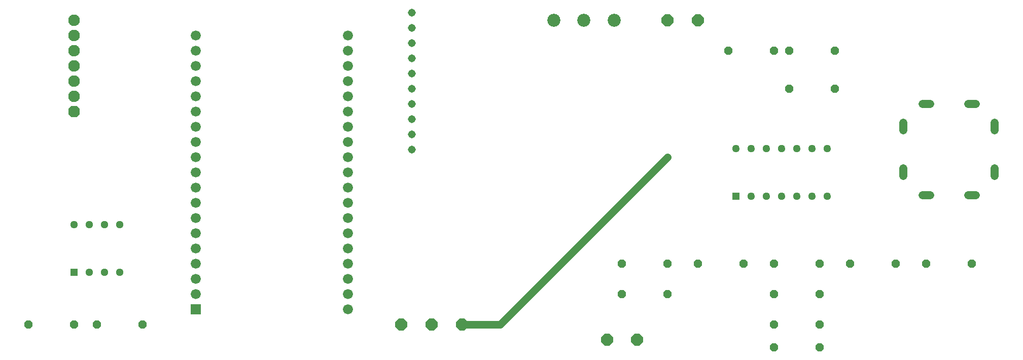
<source format=gbr>
G04 EAGLE Gerber RS-274X export*
G75*
%MOMM*%
%FSLAX34Y34*%
%LPD*%
%INTop Copper*%
%IPPOS*%
%AMOC8*
5,1,8,0,0,1.08239X$1,22.5*%
G01*
%ADD10C,1.320800*%
%ADD11P,1.429621X8X22.500000*%
%ADD12P,1.429621X8X202.500000*%
%ADD13R,1.676400X1.676400*%
%ADD14C,1.676400*%
%ADD15P,2.089446X8X22.500000*%
%ADD16C,1.930400*%
%ADD17R,1.278000X1.278000*%
%ADD18C,1.278000*%
%ADD19C,1.308000*%
%ADD20P,2.164780X8X202.500000*%
%ADD21P,2.164780X8X22.500000*%
%ADD22R,1.288000X1.288000*%
%ADD23C,1.288000*%
%ADD24C,2.184400*%
%ADD25C,1.206400*%
%ADD26C,1.270000*%


D10*
X1746504Y800100D02*
X1733296Y800100D01*
X1670304Y800100D02*
X1657096Y800100D01*
X1778000Y692404D02*
X1778000Y679196D01*
X1778000Y755396D02*
X1778000Y768604D01*
X1670304Y647700D02*
X1657096Y647700D01*
X1733296Y647700D02*
X1746504Y647700D01*
X1625600Y755396D02*
X1625600Y768604D01*
X1625600Y692404D02*
X1625600Y679196D01*
D11*
X1155700Y533400D03*
X1231900Y533400D03*
D12*
X1511300Y889000D03*
X1435100Y889000D03*
D11*
X1435100Y825500D03*
X1511300Y825500D03*
D12*
X1409700Y889000D03*
X1333500Y889000D03*
D11*
X1155700Y482600D03*
X1231900Y482600D03*
X1282700Y533400D03*
X1358900Y533400D03*
X1409700Y533400D03*
X1485900Y533400D03*
X1409700Y482600D03*
X1485900Y482600D03*
X1409700Y431800D03*
X1485900Y431800D03*
X1409700Y393700D03*
X1485900Y393700D03*
X1536700Y533400D03*
X1612900Y533400D03*
D12*
X1739900Y533400D03*
X1663700Y533400D03*
D13*
X444500Y457200D03*
D14*
X444500Y482600D03*
X444500Y508000D03*
X444500Y533400D03*
X444500Y558800D03*
X444500Y584200D03*
X444500Y609600D03*
X444500Y635000D03*
X444500Y660400D03*
X444500Y685800D03*
X444500Y711200D03*
X444500Y736600D03*
X444500Y762000D03*
X444500Y787400D03*
X444500Y812800D03*
X444500Y838200D03*
X444500Y863600D03*
X444500Y889000D03*
X444500Y914400D03*
X698500Y914400D03*
X698500Y889000D03*
X698500Y863600D03*
X698500Y838200D03*
X698500Y812800D03*
X698500Y787400D03*
X698500Y762000D03*
X698500Y736600D03*
X698500Y711200D03*
X698500Y685800D03*
X698500Y660400D03*
X698500Y635000D03*
X698500Y609600D03*
X698500Y584200D03*
X698500Y558800D03*
X698500Y533400D03*
X698500Y508000D03*
X698500Y482600D03*
X698500Y457200D03*
D15*
X241300Y787400D03*
D16*
X241300Y812800D03*
X241300Y838200D03*
X241300Y863600D03*
X241300Y889000D03*
X241300Y914400D03*
X241300Y939800D03*
D17*
X1346200Y646100D03*
D18*
X1371600Y646100D03*
X1397000Y646100D03*
X1422400Y646100D03*
X1447800Y646100D03*
X1473200Y646100D03*
X1498600Y646100D03*
X1498600Y725500D03*
X1473200Y725500D03*
X1447800Y725500D03*
X1422400Y725500D03*
X1397000Y725500D03*
X1371600Y725500D03*
X1346200Y725500D03*
D19*
X805180Y952500D03*
X805180Y927100D03*
X805180Y901700D03*
X805180Y876300D03*
X805180Y850900D03*
X805180Y825500D03*
X805180Y800100D03*
X805180Y774700D03*
X805180Y749300D03*
X805180Y723900D03*
D20*
X1181100Y406400D03*
X1131100Y406400D03*
D21*
X787400Y431800D03*
X837400Y431800D03*
X888200Y431800D03*
D22*
X241300Y519100D03*
D23*
X266700Y519100D03*
X292100Y519100D03*
X317500Y519100D03*
X317500Y598500D03*
X292100Y598500D03*
X266700Y598500D03*
X241300Y598500D03*
D11*
X279400Y431800D03*
X355600Y431800D03*
X165100Y431800D03*
X241300Y431800D03*
D21*
X1231900Y939800D03*
X1281900Y939800D03*
D24*
X1142200Y939800D03*
X1092200Y939800D03*
X1042200Y939800D03*
D25*
X1231900Y711200D03*
D26*
X952500Y431800D01*
X888200Y431800D01*
M02*

</source>
